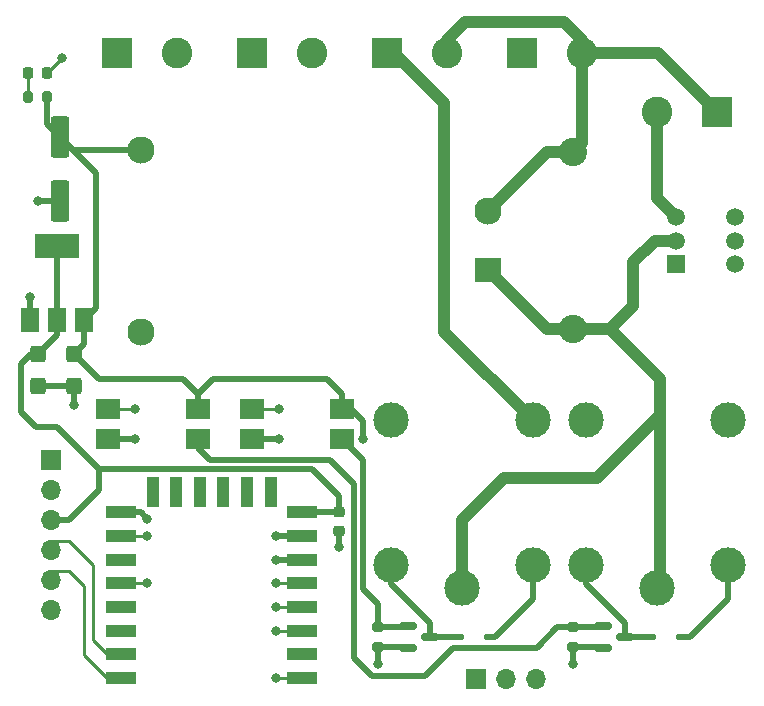
<source format=gtl>
G04 #@! TF.GenerationSoftware,KiCad,Pcbnew,7.0.8*
G04 #@! TF.CreationDate,2024-05-10T10:59:20-03:00*
G04 #@! TF.ProjectId,on_off_module_x2,6f6e5f6f-6666-45f6-9d6f-64756c655f78,1.0*
G04 #@! TF.SameCoordinates,Original*
G04 #@! TF.FileFunction,Copper,L1,Top*
G04 #@! TF.FilePolarity,Positive*
%FSLAX46Y46*%
G04 Gerber Fmt 4.6, Leading zero omitted, Abs format (unit mm)*
G04 Created by KiCad (PCBNEW 7.0.8) date 2024-05-10 10:59:20*
%MOMM*%
%LPD*%
G01*
G04 APERTURE LIST*
G04 Aperture macros list*
%AMRoundRect*
0 Rectangle with rounded corners*
0 $1 Rounding radius*
0 $2 $3 $4 $5 $6 $7 $8 $9 X,Y pos of 4 corners*
0 Add a 4 corners polygon primitive as box body*
4,1,4,$2,$3,$4,$5,$6,$7,$8,$9,$2,$3,0*
0 Add four circle primitives for the rounded corners*
1,1,$1+$1,$2,$3*
1,1,$1+$1,$4,$5*
1,1,$1+$1,$6,$7*
1,1,$1+$1,$8,$9*
0 Add four rect primitives between the rounded corners*
20,1,$1+$1,$2,$3,$4,$5,0*
20,1,$1+$1,$4,$5,$6,$7,0*
20,1,$1+$1,$6,$7,$8,$9,0*
20,1,$1+$1,$8,$9,$2,$3,0*%
G04 Aperture macros list end*
G04 #@! TA.AperFunction,SMDPad,CuDef*
%ADD10RoundRect,0.225000X-0.250000X0.225000X-0.250000X-0.225000X0.250000X-0.225000X0.250000X0.225000X0*%
G04 #@! TD*
G04 #@! TA.AperFunction,SMDPad,CuDef*
%ADD11RoundRect,0.150000X-0.587500X-0.150000X0.587500X-0.150000X0.587500X0.150000X-0.587500X0.150000X0*%
G04 #@! TD*
G04 #@! TA.AperFunction,ComponentPad*
%ADD12R,2.600000X2.600000*%
G04 #@! TD*
G04 #@! TA.AperFunction,ComponentPad*
%ADD13C,2.600000*%
G04 #@! TD*
G04 #@! TA.AperFunction,SMDPad,CuDef*
%ADD14RoundRect,0.125000X0.125000X0.125000X-0.125000X0.125000X-0.125000X-0.125000X0.125000X-0.125000X0*%
G04 #@! TD*
G04 #@! TA.AperFunction,ComponentPad*
%ADD15R,1.700000X1.700000*%
G04 #@! TD*
G04 #@! TA.AperFunction,ComponentPad*
%ADD16O,1.700000X1.700000*%
G04 #@! TD*
G04 #@! TA.AperFunction,SMDPad,CuDef*
%ADD17RoundRect,0.218750X0.218750X0.256250X-0.218750X0.256250X-0.218750X-0.256250X0.218750X-0.256250X0*%
G04 #@! TD*
G04 #@! TA.AperFunction,ComponentPad*
%ADD18C,3.000000*%
G04 #@! TD*
G04 #@! TA.AperFunction,SMDPad,CuDef*
%ADD19RoundRect,0.200000X-0.275000X0.200000X-0.275000X-0.200000X0.275000X-0.200000X0.275000X0.200000X0*%
G04 #@! TD*
G04 #@! TA.AperFunction,SMDPad,CuDef*
%ADD20R,1.500000X2.000000*%
G04 #@! TD*
G04 #@! TA.AperFunction,SMDPad,CuDef*
%ADD21R,3.800000X2.000000*%
G04 #@! TD*
G04 #@! TA.AperFunction,SMDPad,CuDef*
%ADD22RoundRect,0.250000X-0.425000X0.450000X-0.425000X-0.450000X0.425000X-0.450000X0.425000X0.450000X0*%
G04 #@! TD*
G04 #@! TA.AperFunction,SMDPad,CuDef*
%ADD23R,2.500000X1.100000*%
G04 #@! TD*
G04 #@! TA.AperFunction,SMDPad,CuDef*
%ADD24R,1.100000X2.500000*%
G04 #@! TD*
G04 #@! TA.AperFunction,ComponentPad*
%ADD25C,2.400000*%
G04 #@! TD*
G04 #@! TA.AperFunction,SMDPad,CuDef*
%ADD26R,2.000000X1.780000*%
G04 #@! TD*
G04 #@! TA.AperFunction,ComponentPad*
%ADD27R,2.300000X2.000000*%
G04 #@! TD*
G04 #@! TA.AperFunction,ComponentPad*
%ADD28C,2.300000*%
G04 #@! TD*
G04 #@! TA.AperFunction,SMDPad,CuDef*
%ADD29RoundRect,0.250000X-0.550000X1.500000X-0.550000X-1.500000X0.550000X-1.500000X0.550000X1.500000X0*%
G04 #@! TD*
G04 #@! TA.AperFunction,SMDPad,CuDef*
%ADD30RoundRect,0.200000X-0.200000X-0.275000X0.200000X-0.275000X0.200000X0.275000X-0.200000X0.275000X0*%
G04 #@! TD*
G04 #@! TA.AperFunction,ComponentPad*
%ADD31R,1.500000X1.500000*%
G04 #@! TD*
G04 #@! TA.AperFunction,ComponentPad*
%ADD32C,1.500000*%
G04 #@! TD*
G04 #@! TA.AperFunction,ViaPad*
%ADD33C,0.800000*%
G04 #@! TD*
G04 #@! TA.AperFunction,Conductor*
%ADD34C,1.000000*%
G04 #@! TD*
G04 #@! TA.AperFunction,Conductor*
%ADD35C,0.500000*%
G04 #@! TD*
G04 #@! TA.AperFunction,Conductor*
%ADD36C,0.250000*%
G04 #@! TD*
G04 APERTURE END LIST*
D10*
X144968201Y-106211600D03*
X144968201Y-107761600D03*
D11*
X150825200Y-115817754D03*
X150825200Y-117717754D03*
X152700200Y-116767754D03*
D12*
X137607200Y-67295054D03*
D13*
X142687200Y-67295054D03*
D14*
X157513200Y-116767754D03*
X155313200Y-116767754D03*
D15*
X156540200Y-120323754D03*
D16*
X159080200Y-120323754D03*
X161620200Y-120323754D03*
D14*
X173769200Y-116767754D03*
X171569200Y-116767754D03*
D17*
X120223700Y-68971054D03*
X118648700Y-68971054D03*
D18*
X171907200Y-112625755D03*
X165907200Y-98425755D03*
X177907200Y-98425755D03*
X177907200Y-110625755D03*
X165907200Y-110625755D03*
D19*
X164787200Y-115942754D03*
X164787200Y-117592754D03*
D18*
X155390200Y-112625754D03*
X149390200Y-98425754D03*
X161390200Y-98425754D03*
X161390200Y-110625754D03*
X149390200Y-110625754D03*
D12*
X149037200Y-67295054D03*
D13*
X154117200Y-67295054D03*
D15*
X120599200Y-101781754D03*
D16*
X120599200Y-104321754D03*
X120599200Y-106861754D03*
X120599200Y-109401754D03*
X120599200Y-111941754D03*
X120599200Y-114481754D03*
D12*
X176987200Y-72317754D03*
D13*
X171907200Y-72317754D03*
D20*
X118807200Y-89945753D03*
X121107200Y-89945753D03*
D21*
X121107200Y-83645753D03*
D20*
X123407200Y-89945753D03*
D19*
X148270200Y-115942754D03*
X148270200Y-117592754D03*
D22*
X119503200Y-92811754D03*
X119503200Y-95511754D03*
D23*
X141873200Y-120211600D03*
X141873200Y-118211600D03*
X141873200Y-116211600D03*
X141873200Y-114211600D03*
X141873200Y-112211600D03*
X141873200Y-110211600D03*
X141873200Y-108211600D03*
X141873200Y-106211600D03*
X126473200Y-106211600D03*
X126473200Y-108211600D03*
X126473200Y-110211600D03*
X126473200Y-112211600D03*
X126473200Y-114211600D03*
X126473200Y-116211600D03*
X126473200Y-118211600D03*
X126473200Y-120211600D03*
D24*
X139183200Y-104511600D03*
X137183200Y-104511600D03*
X135183200Y-104511600D03*
X133183200Y-104511600D03*
X131183200Y-104511600D03*
X129183200Y-104511600D03*
D25*
X164795200Y-90695054D03*
X164795200Y-75695054D03*
D26*
X137617200Y-97463754D03*
X137617200Y-100003754D03*
X145237200Y-100003754D03*
X145237200Y-97463754D03*
D27*
X157619200Y-85695054D03*
D28*
X157619200Y-80695054D03*
X128219200Y-90895054D03*
X128219200Y-75495054D03*
D22*
X122551200Y-92811754D03*
X122551200Y-95511754D03*
D29*
X121361200Y-74443754D03*
X121361200Y-79843754D03*
D12*
X126182200Y-67295054D03*
D13*
X131262200Y-67295054D03*
D30*
X118631200Y-71003054D03*
X120281200Y-71003054D03*
D26*
X125425200Y-97463754D03*
X125425200Y-100003754D03*
X133045200Y-100003754D03*
X133045200Y-97463754D03*
D12*
X160467200Y-67295054D03*
D13*
X165547200Y-67295054D03*
D31*
X173511200Y-85195054D03*
D32*
X173511200Y-83195054D03*
X173511200Y-81195054D03*
X178511200Y-85195054D03*
X178511200Y-83195054D03*
X178511200Y-81195054D03*
D11*
X167335200Y-115817754D03*
X167335200Y-117717754D03*
X169210200Y-116767754D03*
D33*
X147015200Y-100003754D03*
X118807199Y-87938754D03*
X121488200Y-67701054D03*
X122551200Y-97129754D03*
X144968201Y-109147754D03*
X119469900Y-79843754D03*
X164787200Y-119053754D03*
X127711200Y-100003754D03*
X139903200Y-100003754D03*
X128712199Y-106749602D03*
X148270200Y-119053754D03*
X139634200Y-110211602D03*
X139634200Y-108211600D03*
X139634201Y-116211607D03*
X139634200Y-120211600D03*
X128712199Y-108211606D03*
X128712199Y-112211602D03*
X139903200Y-97463754D03*
X139634201Y-112211602D03*
X127711200Y-97463754D03*
X139634201Y-114211600D03*
D34*
X171697900Y-83195054D02*
X169875200Y-85017754D01*
X162619200Y-90695054D02*
X157619200Y-85695054D01*
X172185200Y-112347755D02*
X171907200Y-112625755D01*
X166827200Y-103305754D02*
X158953200Y-103305754D01*
X169875200Y-85017754D02*
X169875200Y-88752354D01*
X164795200Y-90695054D02*
X162619200Y-90695054D01*
X158953200Y-103305754D02*
X155390200Y-106868754D01*
X172185200Y-97947754D02*
X166827200Y-103305754D01*
X169875200Y-88752354D02*
X167932500Y-90695054D01*
X155390200Y-106868754D02*
X155390200Y-112625754D01*
X173511200Y-83195054D02*
X171697900Y-83195054D01*
X164795200Y-90695054D02*
X167932500Y-90695054D01*
X167932500Y-90695054D02*
X172185200Y-94947754D01*
X172185200Y-94947754D02*
X172185200Y-112347755D01*
X165547200Y-74943054D02*
X164795200Y-75695054D01*
X171964500Y-67295054D02*
X165547200Y-67295054D01*
X176987200Y-72317754D02*
X171964500Y-67295054D01*
X154117200Y-67295054D02*
X154117200Y-66231754D01*
X165547200Y-66211754D02*
X165547200Y-67295054D01*
X164795200Y-75695054D02*
X162619200Y-75695054D01*
X154117200Y-66231754D02*
X155651200Y-64697754D01*
X164033200Y-64697754D02*
X165547200Y-66211754D01*
X155651200Y-64697754D02*
X164033200Y-64697754D01*
X165547200Y-67295054D02*
X165547200Y-74943054D01*
X162619200Y-75695054D02*
X157619200Y-80695054D01*
D35*
X143967200Y-94923754D02*
X145237200Y-96193754D01*
X173769200Y-116767754D02*
X174701200Y-116767754D01*
X124409200Y-88943753D02*
X123407200Y-89945753D01*
X133045200Y-97209754D02*
X133045200Y-96193754D01*
X123407200Y-91955754D02*
X122551200Y-92811754D01*
X131775200Y-94923754D02*
X124663200Y-94923754D01*
X120281200Y-71003054D02*
X120281200Y-73363754D01*
X133045200Y-96193754D02*
X131775200Y-94923754D01*
X157513200Y-116767754D02*
X158191200Y-116767754D01*
X124409200Y-77491754D02*
X124409200Y-88943753D01*
X174701200Y-116767754D02*
X177907200Y-113561754D01*
X145237200Y-96193754D02*
X145237200Y-97209754D01*
X134315200Y-94923754D02*
X143967200Y-94923754D01*
X123407200Y-89945753D02*
X123407200Y-91955754D01*
X123407200Y-89945754D02*
X123407198Y-89945755D01*
X124663200Y-94923754D02*
X122551200Y-92811754D01*
X145237200Y-97463754D02*
X145999200Y-97463754D01*
X145999200Y-97463754D02*
X147015200Y-98479754D01*
X120281200Y-73363754D02*
X121361200Y-74443754D01*
X147015200Y-98479754D02*
X147015200Y-100003754D01*
X121361200Y-74443754D02*
X122412500Y-75495054D01*
X158191200Y-116767754D02*
X161390200Y-113568754D01*
X161390200Y-113568754D02*
X161390200Y-110625754D01*
X133045200Y-96193754D02*
X134315200Y-94923754D01*
X122412500Y-75495054D02*
X124409200Y-77491754D01*
X177907200Y-113561754D02*
X177907200Y-110625755D01*
X122412500Y-75495054D02*
X128219200Y-75495054D01*
X119503200Y-95511754D02*
X122551200Y-95511754D01*
X164787200Y-117592754D02*
X164787200Y-119053754D01*
X148270200Y-117592754D02*
X148270200Y-119053754D01*
D36*
X167210200Y-117592754D02*
X167335200Y-117717754D01*
D35*
X121361201Y-79843754D02*
X119563901Y-79843754D01*
X137363200Y-100003754D02*
X139903200Y-100003754D01*
D36*
X120223700Y-68965554D02*
X121488200Y-67701054D01*
D35*
X118807199Y-87938754D02*
X118807200Y-89945754D01*
D36*
X120223700Y-68971054D02*
X120223700Y-68965554D01*
D35*
X119563901Y-79843754D02*
X119469900Y-79937755D01*
X164787200Y-117592754D02*
X167210200Y-117592754D01*
X127173200Y-106211600D02*
X128174197Y-106211600D01*
X122551200Y-95511754D02*
X122551200Y-97129754D01*
X144968201Y-107761600D02*
X144968201Y-109147754D01*
D36*
X150700200Y-117592754D02*
X150825200Y-117717754D01*
D35*
X128174197Y-106211600D02*
X128712199Y-106749602D01*
X148270200Y-117592754D02*
X150700200Y-117592754D01*
X125425200Y-100003754D02*
X127711200Y-100003754D01*
X122123200Y-106861754D02*
X124663200Y-104321754D01*
X120599200Y-106861754D02*
X122123200Y-106861754D01*
X118059200Y-97717754D02*
X118059200Y-93653754D01*
X124663200Y-104321754D02*
X124663200Y-102543754D01*
X141173200Y-106211600D02*
X144968201Y-106211600D01*
X142682201Y-102543754D02*
X124663200Y-102543754D01*
X121107200Y-89945753D02*
X121107200Y-91207754D01*
X121107200Y-91207754D02*
X119503200Y-92811754D01*
X121107200Y-83645754D02*
X121107200Y-89945754D01*
X118059200Y-93653754D02*
X118901200Y-92811754D01*
D36*
X141173200Y-106211600D02*
X141189200Y-106227600D01*
D35*
X124663200Y-102543754D02*
X121107200Y-98987754D01*
X119329200Y-98987754D02*
X118059200Y-97717754D01*
X118901200Y-92811754D02*
X119503200Y-92811754D01*
X144968201Y-104829754D02*
X142682201Y-102543754D01*
X121107200Y-98987754D02*
X119329200Y-98987754D01*
X144968201Y-106211600D02*
X144968201Y-104829754D01*
X169210200Y-116767754D02*
X171569200Y-116767754D01*
X169210200Y-116767754D02*
X169210200Y-115594754D01*
X165907200Y-112291754D02*
X165907200Y-110625755D01*
X169210200Y-115594754D02*
X165907200Y-112291754D01*
D36*
X118648700Y-70985554D02*
X118631200Y-71003054D01*
X118648700Y-68971054D02*
X118648700Y-70985554D01*
D35*
X149390200Y-112284754D02*
X149390200Y-110625754D01*
X152700200Y-116767754D02*
X155313200Y-116767754D01*
X152700200Y-115594754D02*
X149390200Y-112284754D01*
X152700200Y-116767754D02*
X152700200Y-115594754D01*
X139634200Y-110211602D02*
X141173200Y-110211601D01*
D34*
X171907200Y-79591054D02*
X173511200Y-81195054D01*
X171907200Y-72317754D02*
X171907200Y-79591054D01*
D35*
X141173200Y-108211600D02*
X139634200Y-108211600D01*
D36*
X124155200Y-117021754D02*
X124155200Y-110671754D01*
X124409200Y-117275754D02*
X124155200Y-117021754D01*
X127173200Y-118211600D02*
X125330047Y-118211600D01*
X125330047Y-118211600D02*
X124394201Y-117275754D01*
X124155200Y-110671754D02*
X122123200Y-108639754D01*
X122123200Y-108639754D02*
X120599200Y-108639754D01*
X127173200Y-120211600D02*
X125298047Y-120211600D01*
X123393200Y-112449754D02*
X122123200Y-111179754D01*
X125298047Y-120211600D02*
X123393200Y-118306753D01*
X123393200Y-118306753D02*
X123393200Y-112449754D01*
X122123200Y-111179754D02*
X120599200Y-111179754D01*
D34*
X161390200Y-98425754D02*
X153873200Y-90908754D01*
X153873200Y-90908754D02*
X153873200Y-71555754D01*
X153873200Y-71555754D02*
X149612500Y-67295054D01*
X149612500Y-67295054D02*
X149037200Y-67295054D01*
D35*
X148270200Y-115942754D02*
X150700200Y-115942754D01*
X148270200Y-113958754D02*
X148270200Y-115942754D01*
X145237200Y-100003754D02*
X147015200Y-101781754D01*
X147015200Y-112703754D02*
X148270200Y-113958754D01*
D36*
X150700200Y-115942754D02*
X150825200Y-115817754D01*
D35*
X147015200Y-101781754D02*
X147015200Y-112703754D01*
D36*
X139634208Y-116211600D02*
X139634201Y-116211607D01*
X141173200Y-116211600D02*
X139634208Y-116211600D01*
X141173200Y-120211600D02*
X139634200Y-120211600D01*
X127173203Y-108211606D02*
X127173200Y-108211602D01*
X128712199Y-108211606D02*
X127173203Y-108211606D01*
X128712199Y-112211602D02*
X127173200Y-112211602D01*
D35*
X154635200Y-117656754D02*
X161747200Y-117656754D01*
X133045200Y-100003754D02*
X133045200Y-100765754D01*
X163461200Y-115942754D02*
X164787200Y-115942754D01*
X164787200Y-115942754D02*
X167210200Y-115942754D01*
D36*
X167210200Y-115942754D02*
X167335200Y-115817754D01*
D35*
X146253200Y-103813754D02*
X146253200Y-118545754D01*
X152222200Y-120069754D02*
X154635200Y-117656754D01*
X133045200Y-100765754D02*
X134061200Y-101781754D01*
X144221200Y-101781754D02*
X146253200Y-103813754D01*
X146253200Y-118545754D02*
X147777200Y-120069754D01*
X147777200Y-120069754D02*
X152222200Y-120069754D01*
X161747200Y-117656754D02*
X163461200Y-115942754D01*
X134061200Y-101781754D02*
X144221200Y-101781754D01*
D36*
X139903200Y-97463754D02*
X137363200Y-97463754D01*
X141173200Y-112211602D02*
X139634201Y-112211602D01*
X125425200Y-97463754D02*
X127711200Y-97463754D01*
X141173200Y-114211600D02*
X139634201Y-114211600D01*
M02*

</source>
